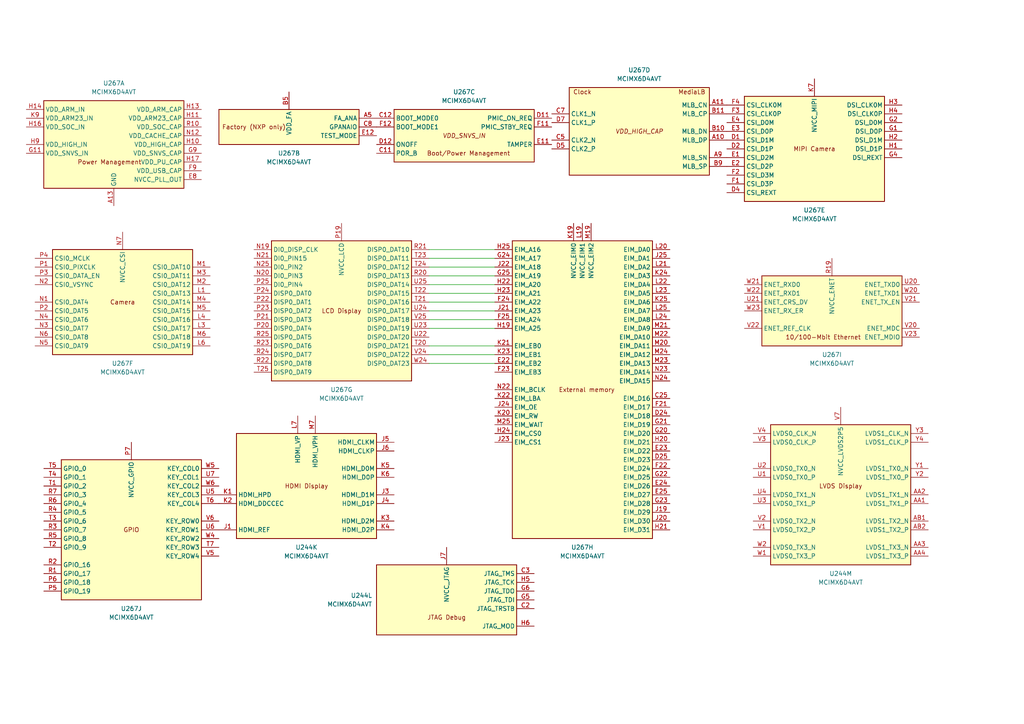
<source format=kicad_sch>
(kicad_sch (version 20250114) (generator "eeschema") (generator_version "9.0")
  (paper "A4")
  (wire (pts (xy 143.51 77.47) (xy 124.46 77.47)))
  (wire (pts (xy 143.51 92.71) (xy 124.46 92.71)))
  (wire (pts (xy 143.51 87.63) (xy 124.46 87.63)))
  (wire (pts (xy 143.51 85.09) (xy 124.46 85.09)))
  (wire (pts (xy 143.51 72.39) (xy 124.46 72.39)))
  (wire (pts (xy 143.51 82.55) (xy 124.46 82.55)))
  (wire (pts (xy 143.51 95.25) (xy 124.46 95.25)))
  (wire (pts (xy 143.51 105.41) (xy 124.46 105.41)))
  (wire (pts (xy 143.51 100.33) (xy 124.46 100.33)))
  (wire (pts (xy 143.51 74.93) (xy 124.46 74.93)))
  (wire (pts (xy 143.51 102.87) (xy 124.46 102.87)))
  (wire (pts (xy 143.51 80.01) (xy 124.46 80.01)))
  (wire (pts (xy 143.51 90.17) (xy 124.46 90.17)))
  (symbol (lib_id "CPU_NXP_IMX:MCIMX6D4AVT") (at 83.82 36.83 0) (unit 2)
    (property "Reference" "U267" (at 83.82 44.45 0))
    (property "Value" "MCIMX6D4AVT" (at 83.82 46.99 0))
    (property "Footprint" "Package_BGA:BGA-624_21x21mm_Layout25x25_P0.8mm" (effects (hide yes)))
    (property "Datasheet" "https://www.nxp.com/docs/en/data-sheet/IMX6DQAEC.pdf" (effects (hide yes)))
    (property "Description" "i.MX 6Dual Automotive and Infotainment Application Processor, BGA-624" (effects (hide yes)))
  )
  (symbol (lib_id "CPU_NXP_IMX:MCIMX6D4AVT") (at 168.91 113.03 0) (unit 8)
    (property "Reference" "U267" (at 168.91 158.75 0))
    (property "Value" "MCIMX6D4AVT" (at 168.91 161.29 0))
    (property "Footprint" "Package_BGA:BGA-624_21x21mm_Layout25x25_P0.8mm" (effects (hide yes)))
    (property "Datasheet" "https://www.nxp.com/docs/en/data-sheet/IMX6DQAEC.pdf" (effects (hide yes)))
    (property "Description" "i.MX 6Dual Automotive and Infotainment Application Processor, BGA-624" (effects (hide yes)))
  )
  (symbol (lib_id "CPU_NXP_IMX:MCIMX6D4AVT") (at 241.3 90.17 0) (unit 9)
    (property "Reference" "U267" (at 241.3 102.87 0))
    (property "Value" "MCIMX6D4AVT" (at 241.3 105.41 0))
    (property "Footprint" "Package_BGA:BGA-624_21x21mm_Layout25x25_P0.8mm" (effects (hide yes)))
    (property "Datasheet" "https://www.nxp.com/docs/en/data-sheet/IMX6DQAEC.pdf" (effects (hide yes)))
    (property "Description" "i.MX 6Dual Automotive and Infotainment Application Processor, BGA-624" (effects (hide yes)))
  )
  (symbol (lib_id "CPU_NXP_IMX:MCIMX6D4AVT") (at 38.1 153.67 0) (unit 10)
    (property "Reference" "U267" (at 38.1 176.53 0))
    (property "Value" "MCIMX6D4AVT" (at 38.1 179.07 0))
    (property "Footprint" "Package_BGA:BGA-624_21x21mm_Layout25x25_P0.8mm" (effects (hide yes)))
    (property "Datasheet" "https://www.nxp.com/docs/en/data-sheet/IMX6DQAEC.pdf" (effects (hide yes)))
    (property "Description" "i.MX 6Dual Automotive and Infotainment Application Processor, BGA-624" (effects (hide yes)))
  )
  (symbol (lib_id "CPU_NXP_IMX:MCIMX6D4AVT") (at 134.62 39.37 0) (unit 3)
    (property "Reference" "U267" (at 134.62 26.67 0))
    (property "Value" "MCIMX6D4AVT" (at 134.62 29.21 0))
    (property "Footprint" "Package_BGA:BGA-624_21x21mm_Layout25x25_P0.8mm" (effects (hide yes)))
    (property "Datasheet" "https://www.nxp.com/docs/en/data-sheet/IMX6DQAEC.pdf" (effects (hide yes)))
    (property "Description" "i.MX 6Dual Automotive and Infotainment Application Processor, BGA-624" (effects (hide yes)))
  )
  (symbol (lib_id "CPU_NXP_IMX:MCIMX6D4AVT") (at 243.84 143.51 0) (unit 13)
    (property "Reference" "U244" (at 243.84 166.37 0))
    (property "Value" "MCIMX6D4AVT" (at 243.84 168.91 0))
    (property "Footprint" "Package_BGA:BGA-624_21x21mm_Layout25x25_P0.8mm" (effects (hide yes)))
    (property "Datasheet" "https://www.nxp.com/docs/en/data-sheet/IMX6DQAEC.pdf" (effects (hide yes)))
    (property "Description" "i.MX 6Dual Automotive and Infotainment Application Processor, BGA-624" (effects (hide yes)))
  )
  (symbol (lib_id "CPU_NXP_IMX:MCIMX6D4AVT") (at 88.9 140.97 0) (unit 11)
    (property "Reference" "U244" (at 88.9 158.75 0))
    (property "Value" "MCIMX6D4AVT" (at 88.9 161.29 0))
    (property "Footprint" "Package_BGA:BGA-624_21x21mm_Layout25x25_P0.8mm" (effects (hide yes)))
    (property "Datasheet" "https://www.nxp.com/docs/en/data-sheet/IMX6DQAEC.pdf" (effects (hide yes)))
    (property "Description" "i.MX 6Dual Automotive and Infotainment Application Processor, BGA-624" (effects (hide yes)))
  )
  (symbol (lib_id "CPU_NXP_IMX:MCIMX6D4AVT") (at 236.22 43.18 0) (unit 5)
    (property "Reference" "U267" (at 236.22 60.96 0))
    (property "Value" "MCIMX6D4AVT" (at 236.22 63.5 0))
    (property "Footprint" "Package_BGA:BGA-624_21x21mm_Layout25x25_P0.8mm" (effects (hide yes)))
    (property "Datasheet" "https://www.nxp.com/docs/en/data-sheet/IMX6DQAEC.pdf" (effects (hide yes)))
    (property "Description" "i.MX 6Dual Automotive and Infotainment Application Processor, BGA-624" (effects (hide yes)))
  )
  (symbol (lib_id "CPU_NXP_IMX:MCIMX6D4AVT") (at 129.54 173.99 0) (unit 12)
    (property "Reference" "U244" (at 107.95 172.7199 0) (effects (justify right)))
    (property "Value" "MCIMX6D4AVT" (at 107.95 175.2599 0) (effects (justify right)))
    (property "Footprint" "Package_BGA:BGA-624_21x21mm_Layout25x25_P0.8mm" (effects (hide yes)))
    (property "Datasheet" "https://www.nxp.com/docs/en/data-sheet/IMX6DQAEC.pdf" (effects (hide yes)))
    (property "Description" "i.MX 6Dual Automotive and Infotainment Application Processor, BGA-624" (effects (hide yes)))
  )
  (symbol (lib_id "CPU_NXP_IMX:MCIMX6D4AVT") (at 35.56 87.63 0) (unit 6)
    (property "Reference" "U267" (at 35.56 105.41 0))
    (property "Value" "MCIMX6D4AVT" (at 35.56 107.95 0))
    (property "Footprint" "Package_BGA:BGA-624_21x21mm_Layout25x25_P0.8mm" (effects (hide yes)))
    (property "Datasheet" "https://www.nxp.com/docs/en/data-sheet/IMX6DQAEC.pdf" (effects (hide yes)))
    (property "Description" "i.MX 6Dual Automotive and Infotainment Application Processor, BGA-624" (effects (hide yes)))
  )
  (symbol (lib_id "CPU_NXP_IMX:MCIMX6D4AVT") (at 33.02 41.91 0) (unit 1)
    (property "Reference" "U267" (at 33.02 24.13 0))
    (property "Value" "MCIMX6D4AVT" (at 33.02 26.67 0))
    (property "Footprint" "Package_BGA:BGA-624_21x21mm_Layout25x25_P0.8mm" (effects (hide yes)))
    (property "Datasheet" "https://www.nxp.com/docs/en/data-sheet/IMX6DQAEC.pdf" (effects (hide yes)))
    (property "Description" "i.MX 6Dual Automotive and Infotainment Application Processor, BGA-624" (effects (hide yes)))
  )
  (symbol (lib_id "CPU_NXP_IMX:MCIMX6D4AVT") (at 185.42 38.1 0) (unit 4)
    (property "Reference" "U267" (at 185.42 20.32 0))
    (property "Value" "MCIMX6D4AVT" (at 185.42 22.86 0))
    (property "Footprint" "Package_BGA:BGA-624_21x21mm_Layout25x25_P0.8mm" (effects (hide yes)))
    (property "Datasheet" "https://www.nxp.com/docs/en/data-sheet/IMX6DQAEC.pdf" (effects (hide yes)))
    (property "Description" "i.MX 6Dual Automotive and Infotainment Application Processor, BGA-624" (effects (hide yes)))
  )
  (symbol (lib_id "CPU_NXP_IMX:MCIMX6D4AVT") (at 99.06 90.17 0) (unit 7)
    (property "Reference" "U267" (at 99.06 113.03 0))
    (property "Value" "MCIMX6D4AVT" (at 99.06 115.57 0))
    (property "Footprint" "Package_BGA:BGA-624_21x21mm_Layout25x25_P0.8mm" (effects (hide yes)))
    (property "Datasheet" "https://www.nxp.com/docs/en/data-sheet/IMX6DQAEC.pdf" (effects (hide yes)))
    (property "Description" "i.MX 6Dual Automotive and Infotainment Application Processor, BGA-624" (effects (hide yes)))
  )
)
</source>
